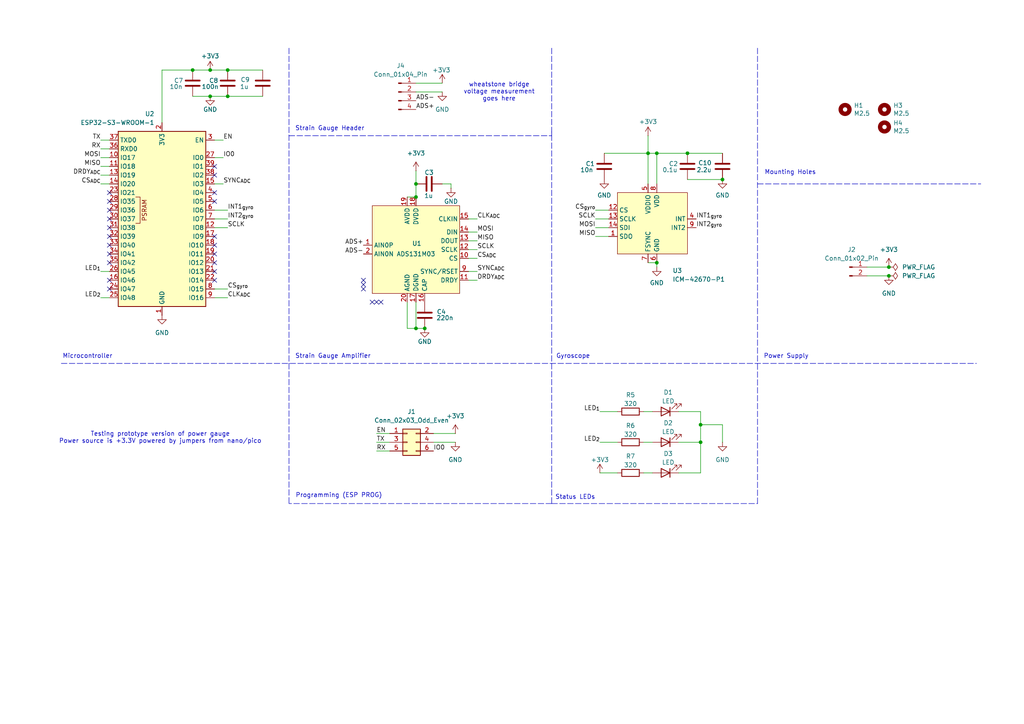
<source format=kicad_sch>
(kicad_sch (version 20250114) (generator "eeschema") (generator_version "9.0")
  (paper "A4")
  (lib_symbols
    (symbol "0_pwrmtr:ADS131M03"
      (property "Reference" "ADS131M03" (at -19.05 15.24 0))
      (symbol "ADS131M03_1_1"
        (rectangle (start -12.7 12.7) (end 12.7 -12.7) (fill (type background)))
        (pin input line (at -15.24 1.27 0) (length 2.54) (name "AIN0P") (number "1"))
        (pin input line (at -15.24 -1.27 0) (length 2.54) (name "AIN0N") (number "2"))
        (pin input line (at -15.24 -8.89 0) (length 2.54) (hide yes) (name "AIN1N") (number "3"))
        (pin input line (at -15.24 -10.16 0) (length 2.54) (hide yes) (name "AIN1P") (number "4"))
        (pin input line (at -15.24 -11.43 0) (length 2.54) (hide yes) (name "AIN2P") (number "5"))
        (pin input line (at -12.7 -15.24 90) (length 2.54) (hide yes) (name "AIN2N") (number "6"))
        (pin input line (at -11.43 -15.24 90) (length 2.54) (hide yes) (name "NC") (number "7"))
        (pin input line (at -10.16 -15.24 90) (length 2.54) (hide yes) (name "NC") (number "8"))
        (pin input line (at -2.54 15.24 270) (length 2.54) (name "AVDD") (number "19"))
        (pin input line (at -2.54 -15.24 90) (length 2.54) (name "AGND") (number "20"))
        (pin input line (at 0 15.24 270) (length 2.54) (name "DVDD") (number "18"))
        (pin input line (at 0 -15.24 90) (length 2.54) (name "DGND") (number "17"))
        (pin input line (at 2.54 -15.24 90) (length 2.54) (name "CAP") (number "16"))
        (pin input line (at 15.24 8.89 180) (length 2.54) (name "CLKIN") (number "15"))
        (pin input line (at 15.24 5.08 180) (length 2.54) (name "DIN") (number "14"))
        (pin input line (at 15.24 2.54 180) (length 2.54) (name "DOUT") (number "13"))
        (pin input line (at 15.24 0 180) (length 2.54) (name "SCLK") (number "12"))
        (pin input line (at 15.24 -2.54 180) (length 2.54) (name "CS") (number "10"))
        (pin input line (at 15.24 -6.35 180) (length 2.54) (name "SYNC/RSET") (number "9"))
        (pin input line (at 15.24 -8.89 180) (length 2.54) (name "DRDY") (number "11"))
      )
    )
    (symbol "0_pwrmtr:ICM-42670-P"
      (property "Reference" "ICM-42670-P" (at -21.59 12.7 0))
      (symbol "ICM-42670-P_1_1"
        (rectangle (start -10.16 8.89) (end 10.16 -8.89) (fill (type background)))
        (pin input line (at -12.7 3.81 0) (length 2.54) (name "CS") (number "12"))
        (pin input line (at -12.7 1.27 0) (length 2.54) (name "SCLK") (number "13"))
        (pin input line (at -12.7 -1.27 0) (length 2.54) (name "SDI") (number "14"))
        (pin input line (at -12.7 -3.81 0) (length 2.54) (name "SDO") (number "1"))
        (pin no_connect line (at -7.62 11.43 270) (length 2.54) (hide yes) (name "NC") (number "2"))
        (pin no_connect line (at -5.08 11.43 270) (length 2.54) (hide yes) (name "NC") (number "3"))
        (pin input line (at -1.27 11.43 270) (length 2.54) (name "VDDIO") (number "5"))
        (pin input line (at -1.27 -11.43 90) (length 2.54) (name "FSYNC") (number "7"))
        (pin input line (at 1.27 11.43 270) (length 2.54) (name "VDD") (number "8"))
        (pin input line (at 1.27 -11.43 90) (length 2.54) (name "GND") (number "6"))
        (pin no_connect line (at 5.08 11.43 270) (length 2.54) (hide yes) (name "NC") (number "10"))
        (pin no_connect line (at 7.62 11.43 270) (length 2.54) (hide yes) (name "NC") (number "11"))
        (pin input line (at 12.7 1.27 180) (length 2.54) (name "INT") (number "4"))
        (pin input line (at 12.7 -1.27 180) (length 2.54) (name "INT2") (number "9"))
      )
    )
    (symbol "Connector:Conn_01x02_Pin" (pin_names (offset 1.016) (hide yes))
      (property "Reference" "J" (at 0 2.54 0))
      (property "Value" "Conn_01x02_Pin" (at 0 -5.08 0))
      (symbol "Conn_01x02_Pin_1_1"
        (rectangle (start 0.8636 0.127) (end 0 -0.127) (stroke (width 0.1524)) (fill (type outline)))
        (rectangle (start 0.8636 -2.413) (end 0 -2.667) (stroke (width 0.1524)) (fill (type outline)))
        (polyline (pts (xy 1.27 0) (xy 0.8636 0)) (stroke (width 0.1524)))
        (polyline (pts (xy 1.27 -2.54) (xy 0.8636 -2.54)) (stroke (width 0.1524)))
        (pin passive line (at 5.08 0 180) (length 3.81) (name "Pin_1") (number "1"))
        (pin passive line (at 5.08 -2.54 180) (length 3.81) (name "Pin_2") (number "2"))
      )
    )
    (symbol "Connector:Conn_01x04_Pin" (pin_names (offset 1.016) (hide yes))
      (property "Reference" "J" (at 0 5.08 0))
      (property "Value" "Conn_01x04_Pin" (at 0 -7.62 0))
      (symbol "Conn_01x04_Pin_1_1"
        (rectangle (start 0.8636 2.667) (end 0 2.413) (stroke (width 0.1524)) (fill (type outline)))
        (rectangle (start 0.8636 0.127) (end 0 -0.127) (stroke (width 0.1524)) (fill (type outline)))
        (rectangle (start 0.8636 -2.413) (end 0 -2.667) (stroke (width 0.1524)) (fill (type outline)))
        (rectangle (start 0.8636 -4.953) (end 0 -5.207) (stroke (width 0.1524)) (fill (type outline)))
        (polyline (pts (xy 1.27 2.54) (xy 0.8636 2.54)) (stroke (width 0.1524)))
        (polyline (pts (xy 1.27 0) (xy 0.8636 0)) (stroke (width 0.1524)))
        (polyline (pts (xy 1.27 -2.54) (xy 0.8636 -2.54)) (stroke (width 0.1524)))
        (polyline (pts (xy 1.27 -5.08) (xy 0.8636 -5.08)) (stroke (width 0.1524)))
        (pin passive line (at 5.08 2.54 180) (length 3.81) (name "Pin_1") (number "1"))
        (pin passive line (at 5.08 0 180) (length 3.81) (name "Pin_2") (number "2"))
        (pin passive line (at 5.08 -2.54 180) (length 3.81) (name "Pin_3") (number "3"))
        (pin passive line (at 5.08 -5.08 180) (length 3.81) (name "Pin_4") (number "4"))
      )
    )
    (symbol "Connector_Generic:Conn_02x03_Odd_Even" (pin_names (offset 1.016) (hide yes))
      (property "Reference" "J" (at 1.27 5.08 0))
      (property "Value" "Conn_02x03_Odd_Even" (at 1.27 -5.08 0))
      (symbol "Conn_02x03_Odd_Even_1_1"
        (rectangle (start -1.27 3.81) (end 3.81 -3.81) (stroke (width 0.254)) (fill (type background)))
        (rectangle (start -1.27 2.667) (end 0 2.413) (stroke (width 0.1524)))
        (rectangle (start -1.27 0.127) (end 0 -0.127) (stroke (width 0.1524)))
        (rectangle (start -1.27 -2.413) (end 0 -2.667) (stroke (width 0.1524)))
        (rectangle (start 3.81 2.667) (end 2.54 2.413) (stroke (width 0.1524)))
        (rectangle (start 3.81 0.127) (end 2.54 -0.127) (stroke (width 0.1524)))
        (rectangle (start 3.81 -2.413) (end 2.54 -2.667) (stroke (width 0.1524)))
        (pin passive line (at -5.08 2.54 0) (length 3.81) (name "Pin_1") (number "1"))
        (pin passive line (at -5.08 0 0) (length 3.81) (name "Pin_3") (number "3"))
        (pin passive line (at -5.08 -2.54 0) (length 3.81) (name "Pin_5") (number "5"))
        (pin passive line (at 7.62 2.54 180) (length 3.81) (name "Pin_2") (number "2"))
        (pin passive line (at 7.62 0 180) (length 3.81) (name "Pin_4") (number "4"))
        (pin passive line (at 7.62 -2.54 180) (length 3.81) (name "Pin_6") (number "6"))
      )
    )
    (symbol "Device:C" (pin_numbers (hide yes)) (pin_names (offset 0.254))
      (property "Reference" "C" (at 0.635 2.54 0))
      (property "Value" "C" (at 0.635 -2.54 0))
      (symbol "C_0_1"
        (polyline (pts (xy -2.032 0.762) (xy 2.032 0.762)) (stroke (width 0.508)))
        (polyline (pts (xy -2.032 -0.762) (xy 2.032 -0.762)) (stroke (width 0.508)))
      )
      (symbol "C_1_1"
        (pin passive line (at 0 3.81 270) (length 2.794) (name "~") (number "1"))
        (pin passive line (at 0 -3.81 90) (length 2.794) (name "~") (number "2"))
      )
    )
    (symbol "Device:LED" (pin_numbers (hide yes)) (pin_names (offset 1.016) (hide yes))
      (property "Reference" "D" (at 0 2.54 0))
      (property "Value" "LED" (at 0 -2.54 0))
      (symbol "LED_0_1"
        (polyline (pts (xy -3.048 -0.762) (xy -4.572 -2.286) (xy -3.81 -2.286) (xy -4.572 -2.286) (xy -4.572 -1.524)))
        (polyline (pts (xy -1.778 -0.762) (xy -3.302 -2.286) (xy -2.54 -2.286) (xy -3.302 -2.286) (xy -3.302 -1.524)))
        (polyline (pts (xy -1.27 0) (xy 1.27 0)))
        (polyline (pts (xy -1.27 -1.27) (xy -1.27 1.27)) (stroke (width 0.254)))
        (polyline (pts (xy 1.27 -1.27) (xy 1.27 1.27) (xy -1.27 0) (xy 1.27 -1.27)) (stroke (width 0.254)))
      )
      (symbol "LED_1_1"
        (pin passive line (at -3.81 0 0) (length 2.54) (name "K") (number "1"))
        (pin passive line (at 3.81 0 180) (length 2.54) (name "A") (number "2"))
      )
    )
    (symbol "Device:R" (pin_numbers (hide yes)) (pin_names (offset 0))
      (property "Reference" "R" (at 2.032 0 90))
      (property "Value" "R" (at 0 0 90))
      (symbol "R_0_1"
        (rectangle (start -1.016 -2.54) (end 1.016 2.54) (stroke (width 0.254)))
      )
      (symbol "R_1_1"
        (pin passive line (at 0 3.81 270) (length 1.27) (name "~") (number "1"))
        (pin passive line (at 0 -3.81 90) (length 1.27) (name "~") (number "2"))
      )
    )
    (symbol "Mechanical:MountingHole" (pin_names (offset 1.016))
      (property "Reference" "H" (at 0 5.08 0))
      (property "Value" "MountingHole" (at 0 3.175 0))
      (symbol "MountingHole_0_1"
        (circle (center 0 0) (radius 1.27) (stroke (width 1.27)))
      )
    )
    (symbol "RF_Module:ESP32-S3-WROOM-1"
      (property "Reference" "U" (at -12.7 26.67 0))
      (property "Value" "ESP32-S3-WROOM-1" (at 12.7 26.67 0))
      (symbol "ESP32-S3-WROOM-1_0_0"
        (rectangle (start -12.7 25.4) (end 12.7 -25.4) (stroke (width 0.254)) (fill (type background)))
        (text "PSRAM" (at 5.08 2.54 900) (effects (font (size 1.27 1.27))))
      )
      (symbol "ESP32-S3-WROOM-1_0_1"
        (polyline (pts (xy 7.62 -1.27) (xy 6.35 -1.27) (xy 6.35 6.35) (xy 7.62 6.35)))
      )
      (symbol "ESP32-S3-WROOM-1_1_1"
        (pin input line (at -15.24 22.86 0) (length 2.54) (name "EN") (number "3"))
        (pin bidirectional line (at -15.24 17.78 0) (length 2.54) (name "IO0") (number "27"))
        (pin bidirectional line (at -15.24 15.24 0) (length 2.54) (name "IO1") (number "39"))
        (pin bidirectional line (at -15.24 12.7 0) (length 2.54) (name "IO2") (number "38"))
        (pin bidirectional line (at -15.24 10.16 0) (length 2.54) (name "IO3") (number "15"))
        (pin bidirectional line (at -15.24 7.62 0) (length 2.54) (name "IO4") (number "4"))
        (pin bidirectional line (at -15.24 5.08 0) (length 2.54) (name "IO5") (number "5"))
        (pin bidirectional line (at -15.24 2.54 0) (length 2.54) (name "IO6") (number "6"))
        (pin bidirectional line (at -15.24 0 0) (length 2.54) (name "IO7") (number "7"))
        (pin bidirectional line (at -15.24 -2.54 0) (length 2.54) (name "IO8") (number "12"))
        (pin bidirectional line (at -15.24 -5.08 0) (length 2.54) (name "IO9") (number "17"))
        (pin bidirectional line (at -15.24 -7.62 0) (length 2.54) (name "IO10") (number "18"))
        (pin bidirectional line (at -15.24 -10.16 0) (length 2.54) (name "IO11") (number "19"))
        (pin bidirectional line (at -15.24 -12.7 0) (length 2.54) (name "IO12") (number "20"))
        (pin bidirectional line (at -15.24 -15.24 0) (length 2.54) (name "IO13") (number "21"))
        (pin bidirectional line (at -15.24 -17.78 0) (length 2.54) (name "IO14") (number "22"))
        (pin bidirectional line (at -15.24 -20.32 0) (length 2.54) (name "IO15") (number "8"))
        (pin bidirectional line (at -15.24 -22.86 0) (length 2.54) (name "IO16") (number "9"))
        (pin power_in line (at 0 27.94 270) (length 2.54) (name "3V3") (number "2"))
        (pin power_in line (at 0 -27.94 90) (length 2.54) (name "GND") (number "1"))
        (pin passive line (at 0 -27.94 90) (length 2.54) (hide yes) (name "GND") (number "40"))
        (pin passive line (at 0 -27.94 90) (length 2.54) (hide yes) (name "GND") (number "41"))
        (pin bidirectional line (at 15.24 22.86 180) (length 2.54) (name "TXD0") (number "37"))
        (pin bidirectional line (at 15.24 20.32 180) (length 2.54) (name "RXD0") (number "36"))
        (pin bidirectional line (at 15.24 17.78 180) (length 2.54) (name "IO17") (number "10"))
        (pin bidirectional line (at 15.24 15.24 180) (length 2.54) (name "IO18") (number "11"))
        (pin bidirectional line (at 15.24 12.7 180) (length 2.54) (name "IO19") (number "13"))
        (pin bidirectional line (at 15.24 10.16 180) (length 2.54) (name "IO20") (number "14"))
        (pin bidirectional line (at 15.24 7.62 180) (length 2.54) (name "IO21") (number "23"))
        (pin bidirectional line (at 15.24 5.08 180) (length 2.54) (name "IO35") (number "28"))
        (pin bidirectional line (at 15.24 2.54 180) (length 2.54) (name "IO36") (number "29"))
        (pin bidirectional line (at 15.24 0 180) (length 2.54) (name "IO37") (number "30"))
        (pin bidirectional line (at 15.24 -2.54 180) (length 2.54) (name "IO38") (number "31"))
        (pin bidirectional line (at 15.24 -5.08 180) (length 2.54) (name "IO39") (number "32"))
        (pin bidirectional line (at 15.24 -7.62 180) (length 2.54) (name "IO40") (number "33"))
        (pin bidirectional line (at 15.24 -10.16 180) (length 2.54) (name "IO41") (number "34"))
        (pin bidirectional line (at 15.24 -12.7 180) (length 2.54) (name "IO42") (number "35"))
        (pin bidirectional line (at 15.24 -15.24 180) (length 2.54) (name "IO45") (number "26"))
        (pin bidirectional line (at 15.24 -17.78 180) (length 2.54) (name "IO46") (number "16"))
        (pin bidirectional line (at 15.24 -20.32 180) (length 2.54) (name "IO47") (number "24"))
        (pin bidirectional line (at 15.24 -22.86 180) (length 2.54) (name "IO48") (number "25"))
      )
    )
    (symbol "power:+3.3V" (power) (pin_names (offset 0))
      (property "Value" "+3.3V" (at 0 3.556 0))
      (symbol "+3.3V_0_1"
        (polyline (pts (xy -0.762 1.27) (xy 0 2.54)))
        (polyline (pts (xy 0 2.54) (xy 0.762 1.27)))
        (polyline (pts (xy 0 0) (xy 0 2.54)))
      )
      (symbol "+3.3V_1_1"
        (pin power_in line (at 0 0 90) (length 0) (hide yes) (name "+3.3V") (number "1"))
      )
    )
    (symbol "power:+3V3" (power) (pin_numbers (hide yes)) (pin_names (offset 0) (hide yes))
      (property "Value" "+3V3" (at 0 3.556 0))
      (symbol "+3V3_0_1"
        (polyline (pts (xy -0.762 1.27) (xy 0 2.54)))
        (polyline (pts (xy 0 2.54) (xy 0.762 1.27)))
        (polyline (pts (xy 0 0) (xy 0 2.54)))
      )
      (symbol "+3V3_1_1"
        (pin power_in line (at 0 0 90) (length 0) (name "~") (number "1"))
      )
    )
    (symbol "power:GND" (power) (pin_numbers (hide yes)) (pin_names (offset 0) (hide yes))
      (property "Value" "GND" (at 0 -3.81 0))
      (symbol "GND_0_1"
        (polyline (pts (xy 0 0) (xy 0 -1.27) (xy 1.27 -1.27) (xy 0 -2.54) (xy -1.27 -1.27) (xy 0 -1.27)))
      )
      (symbol "GND_1_1"
        (pin power_in line (at 0 0 270) (length 0) (name "~") (number "1"))
      )
    )
    (symbol "power:PWR_FLAG" (power) (pin_numbers (hide yes)) (pin_names (offset 0) (hide yes))
      (property "Value" "PWR_FLAG" (at 0 3.81 0))
      (symbol "PWR_FLAG_0_0"
        (pin power_out line (at 0 0 90) (length 0) (name "~") (number "1"))
      )
      (symbol "PWR_FLAG_0_1"
        (polyline (pts (xy 0 0) (xy 0 1.27) (xy -1.016 1.905) (xy 0 2.54) (xy 1.016 1.905) (xy 0 1.27)))
      )
    )
  )
  (text "Programming (ESP PROG)" (at 98.298 143.764 0) (effects (font (size 1.27 1.27))))
  (text "Strain Gauge Amplifier" (at 85.598 103.378 0) (effects (font (size 1.27 1.27)) (justify left)))
  (text "Strain Gauge Header" (at 85.598 37.338 0) (effects (font (size 1.27 1.27)) (justify left)))
  (text "Gyroscope" (at 161.29 103.378 0) (effects (font (size 1.27 1.27)) (justify left)))
  (text "Microcontroller" (at 25.4 103.378 0) (effects (font (size 1.27 1.27))))
  (text "Status LEDs" (at 161.036 144.272 0) (effects (font (size 1.27 1.27)) (justify left)))
  (text "Testing prototype version of power gauge\nPower source is +3.3V powered by jumpers from nano/pico" (at 46.482 127 0) (effects (font (size 1.27 1.27))))
  (text "wheatstone bridge\nvoltage measurement\ngoes here" (at 144.78 26.67 0) (effects (font (size 1.27 1.27))))
  (text "Mounting Holes" (at 221.742 50.8 0) (effects (font (size 1.27 1.27)) (justify left bottom)))
  (text "Power Supply" (at 221.488 103.378 0) (effects (font (size 1.27 1.27)) (justify left)))
  (junction (at 190.5 44.45))
  (junction (at 60.96 20.32))
  (junction (at 257.81 77.47))
  (junction (at 123.19 95.25))
  (junction (at 120.65 53.34))
  (junction (at 66.04 20.32))
  (junction (at 120.65 57.15))
  (junction (at 60.96 27.94))
  (junction (at 66.04 27.94))
  (junction (at 203.2 128.27))
  (junction (at 187.96 44.45))
  (junction (at 203.2 123.19))
  (junction (at 55.88 20.32))
  (junction (at 190.5 76.2))
  (junction (at 257.81 80.01))
  (junction (at 199.39 44.45))
  (junction (at 209.55 52.07))
  (junction (at 120.65 95.25))
  (no_connect (at 62.23 81.28))
  (no_connect (at 62.23 68.58))
  (no_connect (at 62.23 78.74))
  (no_connect (at 62.23 73.66))
  (no_connect (at 62.23 55.88))
  (no_connect (at 31.75 76.2))
  (no_connect (at 31.75 83.82))
  (no_connect (at 31.75 71.12))
  (no_connect (at 31.75 63.5))
  (no_connect (at 31.75 68.58))
  (no_connect (at 31.75 81.28))
  (no_connect (at 62.23 50.8))
  (no_connect (at 62.23 76.2))
  (no_connect (at 105.41 81.28))
  (no_connect (at 105.41 82.55))
  (no_connect (at 105.41 83.82))
  (no_connect (at 62.23 48.26))
  (no_connect (at 31.75 55.88))
  (no_connect (at 31.75 58.42))
  (no_connect (at 31.75 66.04))
  (no_connect (at 62.23 71.12))
  (no_connect (at 107.95 87.63))
  (no_connect (at 62.23 58.42))
  (no_connect (at 109.22 87.63))
  (no_connect (at 110.49 87.63))
  (no_connect (at 31.75 60.96))
  (no_connect (at 31.75 73.66))
  (wire (pts (xy 62.23 40.64) (xy 64.77 40.64)))
  (polyline (pts (xy 83.82 105.41) (xy 83.82 146.05)) (stroke (width 0) (type dash)))
  (wire (pts (xy 109.22 130.81) (xy 113.03 130.81)))
  (polyline (pts (xy 160.02 105.41) (xy 160.02 146.05)) (stroke (width 0) (type dash)))
  (wire (pts (xy 29.21 53.34) (xy 31.75 53.34)))
  (wire (pts (xy 203.2 128.27) (xy 203.2 137.16)))
  (wire (pts (xy 172.72 63.5) (xy 176.53 63.5)))
  (wire (pts (xy 60.96 27.94) (xy 66.04 27.94)))
  (wire (pts (xy 46.99 20.32) (xy 55.88 20.32)))
  (wire (pts (xy 120.65 87.63) (xy 120.65 95.25)))
  (polyline (pts (xy 160.02 146.05) (xy 83.82 146.05)) (stroke (width 0) (type dash)))
  (wire (pts (xy 62.23 45.72) (xy 64.77 45.72)))
  (wire (pts (xy 66.04 27.94) (xy 76.2 27.94)))
  (wire (pts (xy 66.04 83.82) (xy 62.23 83.82)))
  (polyline (pts (xy 83.82 13.97) (xy 83.82 105.41)) (stroke (width 0) (type dash)))
  (wire (pts (xy 186.69 137.16) (xy 189.23 137.16)))
  (wire (pts (xy 62.23 63.5) (xy 66.04 63.5)))
  (wire (pts (xy 55.88 20.32) (xy 60.96 20.32)))
  (wire (pts (xy 186.69 119.38) (xy 189.23 119.38)))
  (wire (pts (xy 29.21 43.18) (xy 31.75 43.18)))
  (wire (pts (xy 135.89 63.5) (xy 138.43 63.5)))
  (polyline (pts (xy 160.02 146.05) (xy 219.71 146.05)) (stroke (width 0) (type dash)))
  (wire (pts (xy 118.11 95.25) (xy 120.65 95.25)))
  (wire (pts (xy 62.23 86.36) (xy 66.04 86.36)))
  (wire (pts (xy 203.2 119.38) (xy 203.2 123.19)))
  (wire (pts (xy 187.96 44.45) (xy 187.96 53.34)))
  (wire (pts (xy 118.11 87.63) (xy 118.11 95.25)))
  (wire (pts (xy 118.11 57.15) (xy 120.65 57.15)))
  (wire (pts (xy 172.72 60.96) (xy 176.53 60.96)))
  (wire (pts (xy 62.23 53.34) (xy 64.77 53.34)))
  (wire (pts (xy 172.72 68.58) (xy 176.53 68.58)))
  (wire (pts (xy 175.26 44.45) (xy 187.96 44.45)))
  (wire (pts (xy 199.39 44.45) (xy 209.55 44.45)))
  (wire (pts (xy 128.27 24.13) (xy 120.65 24.13)))
  (polyline (pts (xy 160.02 39.37) (xy 160.02 38.1)) (stroke (width 0) (type dash)))
  (wire (pts (xy 257.81 77.47) (xy 251.46 77.47)))
  (wire (pts (xy 187.96 39.37) (xy 187.96 44.45)))
  (polyline (pts (xy 219.71 146.05) (xy 219.71 105.41)) (stroke (width 0) (type dash)))
  (wire (pts (xy 46.99 20.32) (xy 46.99 35.56)))
  (wire (pts (xy 135.89 81.28) (xy 138.43 81.28)))
  (wire (pts (xy 132.08 128.27) (xy 125.73 128.27)))
  (wire (pts (xy 135.89 78.74) (xy 138.43 78.74)))
  (wire (pts (xy 132.08 125.73) (xy 125.73 125.73)))
  (wire (pts (xy 187.96 44.45) (xy 190.5 44.45)))
  (wire (pts (xy 203.2 123.19) (xy 209.55 123.19)))
  (wire (pts (xy 203.2 123.19) (xy 203.2 128.27)))
  (wire (pts (xy 66.04 20.32) (xy 76.2 20.32)))
  (wire (pts (xy 29.21 86.36) (xy 31.75 86.36)))
  (wire (pts (xy 120.65 53.34) (xy 120.65 57.15)))
  (wire (pts (xy 29.21 50.8) (xy 31.75 50.8)))
  (wire (pts (xy 173.99 119.38) (xy 179.07 119.38)))
  (wire (pts (xy 29.21 48.26) (xy 31.75 48.26)))
  (wire (pts (xy 62.23 66.04) (xy 66.04 66.04)))
  (wire (pts (xy 29.21 45.72) (xy 31.75 45.72)))
  (wire (pts (xy 62.23 60.96) (xy 66.04 60.96)))
  (wire (pts (xy 190.5 44.45) (xy 199.39 44.45)))
  (wire (pts (xy 29.21 78.74) (xy 31.75 78.74)))
  (wire (pts (xy 128.27 26.67) (xy 120.65 26.67)))
  (wire (pts (xy 128.27 53.34) (xy 130.81 53.34)))
  (wire (pts (xy 55.88 27.94) (xy 60.96 27.94)))
  (polyline (pts (xy 219.71 13.97) (xy 219.71 105.41)) (stroke (width 0) (type dash)))
  (polyline (pts (xy 83.82 39.37) (xy 160.02 39.37)) (stroke (width 0) (type dash)))
  (wire (pts (xy 109.22 125.73) (xy 113.03 125.73)))
  (wire (pts (xy 135.89 74.93) (xy 138.43 74.93)))
  (wire (pts (xy 190.5 77.47) (xy 190.5 76.2)))
  (wire (pts (xy 196.85 128.27) (xy 203.2 128.27)))
  (wire (pts (xy 190.5 53.34) (xy 190.5 44.45)))
  (wire (pts (xy 29.21 40.64) (xy 31.75 40.64)))
  (wire (pts (xy 130.81 53.34) (xy 130.81 54.61)))
  (wire (pts (xy 251.46 80.01) (xy 257.81 80.01)))
  (wire (pts (xy 173.99 137.16) (xy 179.07 137.16)))
  (wire (pts (xy 60.96 20.32) (xy 66.04 20.32)))
  (wire (pts (xy 196.85 119.38) (xy 203.2 119.38)))
  (wire (pts (xy 120.65 95.25) (xy 123.19 95.25)))
  (wire (pts (xy 120.65 49.53) (xy 120.65 53.34)))
  (wire (pts (xy 209.55 123.19) (xy 209.55 128.27)))
  (polyline (pts (xy 219.71 53.34) (xy 284.48 53.34)) (stroke (width 0) (type dash)))
  (wire (pts (xy 187.96 76.2) (xy 190.5 76.2)))
  (wire (pts (xy 135.89 72.39) (xy 138.43 72.39)))
  (wire (pts (xy 135.89 67.31) (xy 138.43 67.31)))
  (wire (pts (xy 199.39 52.07) (xy 209.55 52.07)))
  (wire (pts (xy 186.69 128.27) (xy 189.23 128.27)))
  (wire (pts (xy 135.89 69.85) (xy 138.43 69.85)))
  (wire (pts (xy 109.22 128.27) (xy 113.03 128.27)))
  (wire (pts (xy 173.99 128.27) (xy 179.07 128.27)))
  (wire (pts (xy 172.72 66.04) (xy 176.53 66.04)))
  (polyline (pts (xy 17.78 105.41) (xy 283.21 105.41)) (stroke (width 0) (type dash)))
  (polyline (pts (xy 160.02 13.97) (xy 160.02 105.41)) (stroke (width 0) (type dash)))
  (wire (pts (xy 196.85 137.16) (xy 203.2 137.16)))
  (label "SYNC_{ADC}" (at 64.77 53.34 0))
  (label "CS_{gyro}" (at 172.72 60.96 180))
  (label "INT2_{gyro}" (at 201.93 66.04 0))
  (label "INT2_{gyro}" (at 66.04 63.5 0))
  (label "IO0" (at 125.73 130.81 0))
  (label "ADS+" (at 105.41 71.12 180))
  (label "DRDY_{ADC}" (at 138.43 81.28 0))
  (label "MISO" (at 138.43 69.85 0))
  (label "SCLK" (at 138.43 72.39 0))
  (label "LED_{1}" (at 29.21 78.74 180))
  (label "CLK_{ADC}" (at 138.43 63.5 0))
  (label "CS_{ADC}" (at 29.21 53.34 180))
  (label "ADS+" (at 120.65 31.75 0))
  (label "EN" (at 64.77 40.64 0))
  (label "LED_{2}" (at 173.99 128.27 180))
  (label "MOSI" (at 29.21 45.72 180))
  (label "CS_{ADC}" (at 138.43 74.93 0))
  (label "INT1_{gyro}" (at 66.04 60.96 0))
  (label "MOSI" (at 138.43 67.31 0))
  (label "ADS-" (at 120.65 29.21 0))
  (label "RX" (at 109.22 130.81 0))
  (label "IO0" (at 64.77 45.72 0))
  (label "SCLK" (at 172.72 63.5 180))
  (label "RX" (at 29.21 43.18 180))
  (label "DRDY_{ADC}" (at 29.21 50.8 180))
  (label "INT1_{gyro}" (at 201.93 63.5 0))
  (label "TX" (at 29.21 40.64 180))
  (label "LED_{1}" (at 173.99 119.38 180))
  (label "SYNC_{ADC}" (at 138.43 78.74 0))
  (label "CLK_{ADC}" (at 66.04 86.36 0))
  (label "TX" (at 109.22 128.27 0))
  (label "LED_{2}" (at 29.21 86.36 180))
  (label "CS_{gyro}" (at 66.04 83.82 0))
  (label "MISO" (at 29.21 48.26 180))
  (label "EN" (at 109.22 125.73 0))
  (label "MOSI" (at 172.72 66.04 180))
  (label "MISO" (at 172.72 68.58 180))
  (label "SCLK" (at 66.04 66.04 0))
  (label "ADS-" (at 105.41 73.66 180))
  (symbol (lib_id "Device:LED") (at 193.04 119.38 180) (unit 1)
    (property "Reference" "D1" (at 193.802 113.792 0))
    (property "Value" "LED" (at 193.802 116.332 0))
    (property "Footprint" "LED_SMD:LED_0603_1608Metric" (effects (hide yes)))
    (property "Description" "Light emitting diode" (effects (hide yes)))
  )
  (symbol (lib_id "power:PWR_FLAG") (at 257.81 80.01 270) (unit 1)
    (property "Reference" "#FLG02" (effects (hide yes)))
    (property "Value" "PWR_FLAG" (at 261.62 80.0099 90) (effects (justify left)))
    (property "Description" "Special symbol for telling ERC where power comes from" (effects (hide yes)))
  )
  (symbol (lib_id "power:GND") (at 130.81 54.61 0) (unit 1)
    (property "Reference" "#PWR010" (effects (hide yes)))
    (property "Value" "GND" (at 130.81 58.42 0))
    (property "Description" "Power symbol creates a global label with name \"GND\" , ground" (effects (hide yes)))
  )
  (symbol (lib_id "0_pwrmtr:ICM-42670-P") (at 189.23 64.77 0) (unit 1)
    (property "Reference" "U3" (at 195.072 78.486 0) (effects (justify left)))
    (property "Value" "ICM-42670-P1" (at 195.072 81.026 0) (effects (justify left)))
    (property "Footprint" "Package_LGA:LGA-14_3x2.5mm_P0.5mm_LayoutBorder3x4y" (effects (hide yes)))
  )
  (symbol (lib_id "power:GND") (at 128.27 26.67 0) (unit 1)
    (property "Reference" "#PWR027" (effects (hide yes)))
    (property "Value" "GND" (at 128.27 31.75 0))
    (property "Description" "Power symbol creates a global label with name \"GND\" , ground" (effects (hide yes)))
  )
  (symbol (lib_id "power:+3V3") (at 120.65 49.53 0) (unit 1)
    (property "Reference" "#PWR011" (effects (hide yes)))
    (property "Value" "+3V3" (at 120.65 44.45 0))
    (property "Description" "Power symbol creates a global label with name \"+3V3\"" (effects (hide yes)))
  )
  (symbol (lib_id "power:GND") (at 175.26 52.07 0) (unit 1)
    (property "Reference" "#PWR037" (effects (hide yes)))
    (property "Value" "GND" (at 175.26 56.642 0))
    (property "Description" "Power symbol creates a global label with name \"GND\" , ground" (effects (hide yes)))
  )
  (symbol (lib_id "Device:C") (at 124.46 53.34 270) (unit 1)
    (property "Reference" "C3" (at 124.46 50.038 90))
    (property "Value" "1u" (at 124.333 56.769 90))
    (property "Footprint" "Capacitor_SMD:C_0603_1608Metric" (effects (hide yes)))
    (property "Description" "Unpolarized capacitor" (effects (hide yes)))
  )
  (symbol (lib_id "power:GND") (at 257.81 80.01 0) (unit 1)
    (property "Reference" "#PWR05" (effects (hide yes)))
    (property "Value" "GND" (at 257.81 85.09 0))
    (property "Description" "Power symbol creates a global label with name \"GND\" , ground" (effects (hide yes)))
  )
  (symbol (lib_id "Device:R") (at 182.88 137.16 90) (unit 1)
    (property "Reference" "R7" (at 182.88 132.334 90))
    (property "Value" "320" (at 182.88 134.874 90))
    (property "Footprint" "Resistor_SMD:R_0603_1608Metric" (effects (hide yes)))
    (property "Description" "Resistor" (effects (hide yes)))
  )
  (symbol (lib_id "power:GND") (at 46.99 91.44 0) (unit 1)
    (property "Reference" "#PWR07" (effects (hide yes)))
    (property "Value" "GND" (at 46.99 96.52 0))
    (property "Description" "Power symbol creates a global label with name \"GND\" , ground" (effects (hide yes)))
  )
  (symbol (lib_id "power:PWR_FLAG") (at 257.81 77.47 270) (unit 1)
    (property "Reference" "#FLG01" (effects (hide yes)))
    (property "Value" "PWR_FLAG" (at 261.62 77.4699 90) (effects (justify left)))
    (property "Description" "Special symbol for telling ERC where power comes from" (effects (hide yes)))
  )
  (symbol (lib_id "power:GND") (at 60.96 27.94 0) (unit 1)
    (property "Reference" "#PWR06" (effects (hide yes)))
    (property "Value" "GND" (at 60.96 31.75 0))
    (property "Description" "Power symbol creates a global label with name \"GND\" , ground" (effects (hide yes)))
  )
  (symbol (lib_id "Mechanical:MountingHole") (at 245.11 31.75 0) (unit 1)
    (property "Reference" "H1" (at 247.65 30.5816 0) (effects (justify left)))
    (property "Value" "M2.5" (at 247.65 32.893 0) (effects (justify left)))
    (property "Footprint" "MountingHole:MountingHole_2.7mm_M2.5" (effects (hide yes)))
  )
  (symbol (lib_id "Device:C") (at 123.19 91.44 180) (unit 1)
    (property "Reference" "C4" (at 128.016 90.424 0))
    (property "Value" "220n" (at 129.032 92.202 0))
    (property "Footprint" "Capacitor_SMD:C_0603_1608Metric" (effects (hide yes)))
    (property "Description" "Unpolarized capacitor" (effects (hide yes)))
  )
  (symbol (lib_id "Device:C") (at 175.26 48.26 180) (unit 1)
    (property "Reference" "C1" (at 171.196 47.498 0))
    (property "Value" "10n" (at 170.18 49.276 0))
    (property "Footprint" "Capacitor_SMD:C_0603_1608Metric" (effects (hide yes)))
    (property "Description" "Unpolarized capacitor" (effects (hide yes)))
  )
  (symbol (lib_id "power:+3V3") (at 187.96 39.37 0) (unit 1)
    (property "Reference" "#PWR024" (effects (hide yes)))
    (property "Value" "+3V3" (at 187.96 35.306 0))
    (property "Description" "Power symbol creates a global label with name \"+3V3\"" (effects (hide yes)))
  )
  (symbol (lib_id "Connector:Conn_01x02_Pin") (at 246.38 77.47 0) (unit 1)
    (property "Reference" "J2" (at 247.015 72.39 0))
    (property "Value" "Conn_01x02_Pin" (at 247.015 74.93 0))
    (property "Footprint" "Connector_PinHeader_2.00mm:PinHeader_1x02_P2.00mm_Vertical" (effects (hide yes)))
    (property "Description" "Generic connector, single row, 01x02, script generated" (effects (hide yes)))
  )
  (symbol (lib_id "Connector:Conn_01x04_Pin") (at 115.57 26.67 0) (unit 1)
    (property "Reference" "J4" (at 116.205 19.05 0))
    (property "Value" "Conn_01x04_Pin" (at 116.205 21.59 0))
    (property "Footprint" "Connector_JST:JST_XH_S4B-XH-A_1x04_P2.50mm_Horizontal" (effects (hide yes)))
    (property "Description" "Generic connector, single row, 01x04, script generated" (effects (hide yes)))
  )
  (symbol (lib_id "power:+3V3") (at 132.08 125.73 0) (unit 1)
    (property "Reference" "#PWR03" (effects (hide yes)))
    (property "Value" "+3V3" (at 132.08 120.65 0))
    (property "Description" "Power symbol creates a global label with name \"+3V3\"" (effects (hide yes)))
  )
  (symbol (lib_id "RF_Module:ESP32-S3-WROOM-1") (at 46.99 63.5 0) (mirror y) (unit 1)
    (property "Reference" "U2" (at 44.7959 33.02 0) (effects (justify left)))
    (property "Value" "ESP32-S3-WROOM-1" (at 44.7959 35.56 0) (effects (justify left)))
    (property "Footprint" "RF_Module:ESP32-S3-WROOM-1" (effects (hide yes)))
    (property "Datasheet" "https://www.espressif.com/sites/default/files/documentation/esp32-s3-wroom-1_wroom-1u_datasheet_en.pdf" (effects (hide yes)))
    (property "Description" "RF Module, ESP32-S3 SoC, Wi-Fi 802.11b/g/n, Bluetooth, BLE, 32-bit, 3.3V, onboard antenna, SMD" (effects (hide yes)))
  )
  (symbol (lib_id "power:+3V3") (at 128.27 24.13 0) (unit 1)
    (property "Reference" "#PWR026" (effects (hide yes)))
    (property "Value" "+3V3" (at 128.016 20.32 0))
    (property "Description" "Power symbol creates a global label with name \"+3V3\"" (effects (hide yes)))
  )
  (symbol (lib_id "Mechanical:MountingHole") (at 256.54 31.75 0) (unit 1)
    (property "Reference" "H3" (at 259.08 30.5816 0) (effects (justify left)))
    (property "Value" "M2.5" (at 259.08 32.893 0) (effects (justify left)))
    (property "Footprint" "MountingHole:MountingHole_2.7mm_M2.5" (effects (hide yes)))
  )
  (symbol (lib_id "power:+3V3") (at 257.81 77.47 0) (unit 1)
    (property "Reference" "#PWR04" (effects (hide yes)))
    (property "Value" "+3V3" (at 257.81 72.39 0))
    (property "Description" "Power symbol creates a global label with name \"+3V3\"" (effects (hide yes)))
  )
  (symbol (lib_id "power:GND") (at 209.55 52.07 0) (unit 1)
    (property "Reference" "#PWR034" (effects (hide yes)))
    (property "Value" "GND" (at 209.55 56.642 0))
    (property "Description" "Power symbol creates a global label with name \"GND\" , ground" (effects (hide yes)))
  )
  (symbol (lib_id "power:GND") (at 123.19 95.25 0) (unit 1)
    (property "Reference" "#PWR02" (effects (hide yes)))
    (property "Value" "GND" (at 123.19 99.06 0))
    (property "Description" "Power symbol creates a global label with name \"GND\" , ground" (effects (hide yes)))
  )
  (symbol (lib_id "0_pwrmtr:ADS131M03") (at 120.65 72.39 0) (unit 1)
    (property "Reference" "U1" (at 120.904 70.612 0))
    (property "Value" "ADS131M03" (at 120.65 73.66 0))
    (property "Footprint" "Package_DFN_QFN:WQFN-20-1EP_3x3mm_P0.4mm_EP1.7x1.7mm" (effects (hide yes)))
  )
  (symbol (lib_id "Device:C") (at 209.55 48.26 180) (unit 1)
    (property "Reference" "C10" (at 204.47 47.244 0))
    (property "Value" "2.2u" (at 204.216 49.276 0))
    (property "Footprint" "Capacitor_SMD:C_0603_1608Metric" (effects (hide yes)))
    (property "Description" "Unpolarized capacitor" (effects (hide yes)))
  )
  (symbol (lib_id "Mechanical:MountingHole") (at 256.54 36.83 0) (unit 1)
    (property "Reference" "H4" (at 259.08 35.6616 0) (effects (justify left)))
    (property "Value" "M2.5" (at 259.08 37.973 0) (effects (justify left)))
    (property "Footprint" "MountingHole:MountingHole_2.7mm_M2.5" (effects (hide yes)))
  )
  (symbol (lib_id "Device:C") (at 55.88 24.13 180) (unit 1)
    (property "Reference" "C7" (at 51.816 23.368 0))
    (property "Value" "10n" (at 51.054 25.146 0))
    (property "Footprint" "Capacitor_SMD:C_0603_1608Metric" (effects (hide yes)))
    (property "Description" "Unpolarized capacitor" (effects (hide yes)))
  )
  (symbol (lib_id "Device:C") (at 66.04 24.13 180) (unit 1)
    (property "Reference" "C8" (at 61.976 23.368 0))
    (property "Value" "100n" (at 60.96 25.146 0))
    (property "Footprint" "Capacitor_SMD:C_0603_1608Metric" (effects (hide yes)))
    (property "Description" "Unpolarized capacitor" (effects (hide yes)))
  )
  (symbol (lib_id "Device:LED") (at 193.04 137.16 180) (unit 1)
    (property "Reference" "D3" (at 193.802 131.572 0))
    (property "Value" "LED" (at 193.802 134.112 0))
    (property "Footprint" "LED_SMD:LED_0603_1608Metric" (effects (hide yes)))
    (property "Description" "Light emitting diode" (effects (hide yes)))
  )
  (symbol (lib_id "Device:LED") (at 193.04 128.27 180) (unit 1)
    (property "Reference" "D2" (at 193.802 122.682 0))
    (property "Value" "LED" (at 193.802 125.222 0))
    (property "Footprint" "LED_SMD:LED_0603_1608Metric" (effects (hide yes)))
    (property "Description" "Light emitting diode" (effects (hide yes)))
  )
  (symbol (lib_id "Connector_Generic:Conn_02x03_Odd_Even") (at 118.11 128.27 0) (unit 1)
    (property "Reference" "J1" (at 119.38 119.38 0))
    (property "Value" "Conn_02x03_Odd_Even" (at 119.38 121.92 0))
    (property "Footprint" "Connector_IDC:IDC-Header_2x03_P2.54mm_Vertical" (effects (hide yes)))
    (property "Description" "Generic connector, double row, 02x03, odd/even pin numbering scheme (row 1 odd numbers, row 2 even numbers), script generated (kicad-library-utils/schlib/autogen/connector/)" (effects (hide yes)))
  )
  (symbol (lib_id "Device:C") (at 199.39 48.26 180) (unit 1)
    (property "Reference" "C2" (at 195.326 47.498 0))
    (property "Value" "0.1u" (at 194.31 49.276 0))
    (property "Footprint" "Capacitor_SMD:C_0603_1608Metric" (effects (hide yes)))
    (property "Description" "Unpolarized capacitor" (effects (hide yes)))
  )
  (symbol (lib_id "power:+3.3V") (at 173.99 137.16 0) (unit 1)
    (property "Reference" "#PWR016" (effects (hide yes)))
    (property "Value" "+3V3" (at 173.99 133.35 0))
  )
  (symbol (lib_id "power:GND") (at 132.08 128.27 0) (unit 1)
    (property "Reference" "#PWR08" (effects (hide yes)))
    (property "Value" "GND" (at 132.08 133.35 0))
    (property "Description" "Power symbol creates a global label with name \"GND\" , ground" (effects (hide yes)))
  )
  (symbol (lib_id "power:GND") (at 209.55 128.27 0) (unit 1)
    (property "Reference" "#PWR023" (effects (hide yes)))
    (property "Value" "GND" (at 209.55 133.35 0))
    (property "Description" "Power symbol creates a global label with name \"GND\" , ground" (effects (hide yes)))
  )
  (symbol (lib_id "Device:C") (at 76.2 24.13 180) (unit 1)
    (property "Reference" "C9" (at 71.12 23.114 0))
    (property "Value" "1u" (at 70.866 25.146 0))
    (property "Footprint" "Capacitor_SMD:C_0603_1608Metric" (effects (hide yes)))
    (property "Description" "Unpolarized capacitor" (effects (hide yes)))
  )
  (symbol (lib_id "Device:R") (at 182.88 128.27 90) (unit 1)
    (property "Reference" "R6" (at 182.88 123.444 90))
    (property "Value" "320" (at 182.88 125.984 90))
    (property "Footprint" "Resistor_SMD:R_0603_1608Metric" (effects (hide yes)))
    (property "Description" "Resistor" (effects (hide yes)))
  )
  (symbol (lib_id "power:GND") (at 190.5 77.47 0) (unit 1)
    (property "Reference" "#PWR012" (effects (hide yes)))
    (property "Value" "GND" (at 190.5 82.042 0))
    (property "Description" "Power symbol creates a global label with name \"GND\" , ground" (effects (hide yes)))
  )
  (symbol (lib_id "power:+3V3") (at 60.96 20.32 0) (unit 1)
    (property "Reference" "#PWR01" (effects (hide yes)))
    (property "Value" "+3V3" (at 60.96 16.256 0))
    (property "Description" "Power symbol creates a global label with name \"+3V3\"" (effects (hide yes)))
  )
  (symbol (lib_id "Device:R") (at 182.88 119.38 90) (unit 1)
    (property "Reference" "R5" (at 182.88 114.554 90))
    (property "Value" "320" (at 182.88 117.094 90))
    (property "Footprint" "Resistor_SMD:R_0603_1608Metric" (effects (hide yes)))
    (property "Description" "Resistor" (effects (hide yes)))
  )
)
</source>
